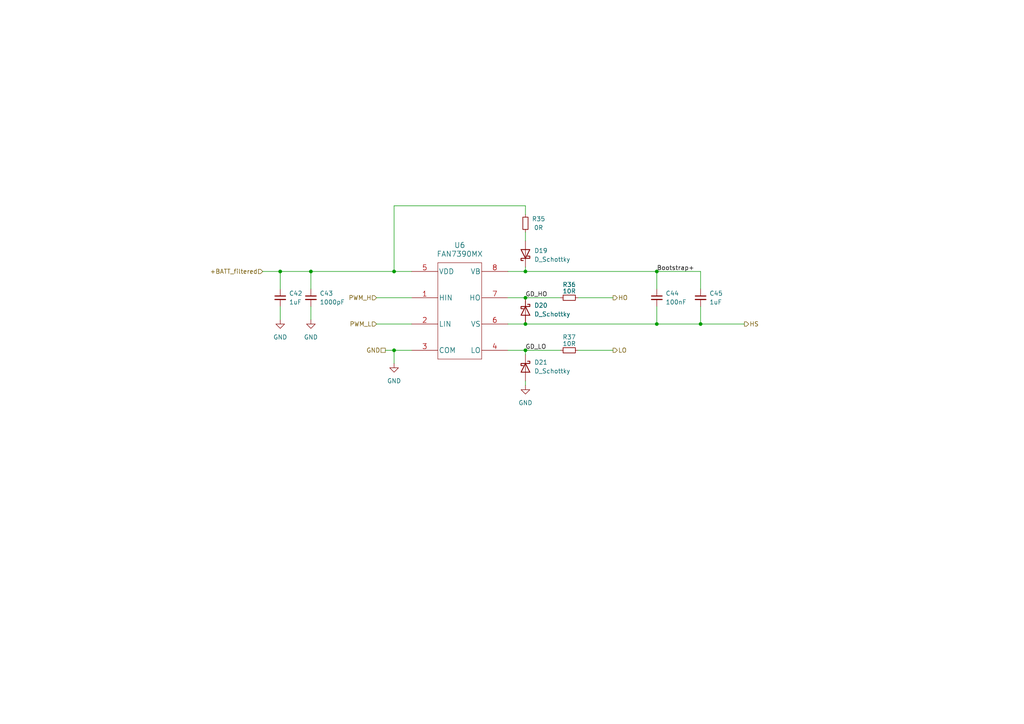
<source format=kicad_sch>
(kicad_sch (version 20211123) (generator eeschema)
  (paper "A4")
  (title_block (title "Gate driver") (date "2022-08-13") (rev "1"))
  (lib_symbols
    (symbol "Device:C_Small" (pin_numbers hide) (pin_names (offset 0.254) hide)
      (property "Reference" "C" (at 0.254 1.778 0))
      (property "Value" "C_Small" (at 0.254 -2.032 0))
      (symbol "C_Small_0_1"
        (polyline (pts (xy -1.524 -0.508) (xy 1.524 -0.508)) (stroke (width 0.3302)))
        (polyline (pts (xy -1.524 0.508) (xy 1.524 0.508)) (stroke (width 0.3048)))
      )
      (symbol "C_Small_1_1"
        (pin passive line (at 0 2.54 270) (length 2.032) (name "~") (number "1"))
        (pin passive line (at 0 -2.54 90) (length 2.032) (name "~") (number "2"))
      )
    )
    (symbol "Device:D_Schottky" (pin_numbers hide) (pin_names (offset 1.016) hide)
      (property "Reference" "D" (at 0 2.54 0))
      (property "Value" "D_Schottky" (at 0 -2.54 0))
      (symbol "D_Schottky_0_1"
        (polyline (pts (xy 1.27 0) (xy -1.27 0)))
        (polyline (pts (xy 1.27 1.27) (xy 1.27 -1.27) (xy -1.27 0) (xy 1.27 1.27)) (stroke (width 0.254)))
        (polyline (pts (xy -1.905 0.635) (xy -1.905 1.27) (xy -1.27 1.27) (xy -1.27 -1.27) (xy -0.635 -1.27) (xy -0.635 -0.635)) (stroke (width 0.254)))
      )
      (symbol "D_Schottky_1_1"
        (pin passive line (at -3.81 0 0) (length 2.54) (name "K") (number "1"))
        (pin passive line (at 3.81 0 180) (length 2.54) (name "A") (number "2"))
      )
    )
    (symbol "Device:R_Small" (pin_numbers hide) (pin_names (offset 0.254) hide)
      (property "Reference" "R" (at 0.762 0.508 0))
      (property "Value" "R_Small" (at 0.762 -1.016 0))
      (symbol "R_Small_0_1"
        (rectangle (start -0.762 1.778) (end 0.762 -1.778) (stroke (width 0.2032)))
      )
      (symbol "R_Small_1_1"
        (pin passive line (at 0 2.54 270) (length 0.762) (name "~") (number "1"))
        (pin passive line (at 0 -2.54 90) (length 0.762) (name "~") (number "2"))
      )
    )
    (symbol "FAN7390MX:FAN7390MX" (pin_names (offset 0.254))
      (property "Reference" "U?" (at 13.97 10.16 0))
      (property "Value" "FAN7390MX" (at 13.97 7.62 0))
      (symbol "FAN7390MX_1_1"
        (polyline (pts (xy 7.62 -22.86) (xy 20.32 -22.86)) (stroke (width 0.127)))
        (polyline (pts (xy 7.62 5.08) (xy 7.62 -22.86)) (stroke (width 0.127)))
        (polyline (pts (xy 20.32 -22.86) (xy 20.32 5.08)) (stroke (width 0.127)))
        (polyline (pts (xy 20.32 5.08) (xy 7.62 5.08)) (stroke (width 0.127)))
        (pin input line (at 0 -5.08 0) (length 7.62) (name "HIN") (number "1"))
        (pin input line (at 0 -12.7 0) (length 7.62) (name "LIN") (number "2"))
        (pin unspecified line (at 0 -20.32 0) (length 7.62) (name "COM") (number "3"))
        (pin output line (at 27.94 -20.32 180) (length 7.62) (name "LO") (number "4"))
        (pin power_in line (at 0 2.54 0) (length 7.62) (name "VDD") (number "5"))
        (pin power_in line (at 27.94 -12.7 180) (length 7.62) (name "VS") (number "6"))
        (pin output line (at 27.94 -5.08 180) (length 7.62) (name "HO") (number "7"))
        (pin power_in line (at 27.94 2.54 180) (length 7.62) (name "VB") (number "8"))
      )
    )
    (symbol "power:GND" (power) (pin_names (offset 0))
      (property "Value" "GND" (at 0 -3.81 0))
      (symbol "GND_0_1"
        (polyline (pts (xy 0 0) (xy 0 -1.27) (xy 1.27 -1.27) (xy 0 -2.54) (xy -1.27 -1.27) (xy 0 -1.27)))
      )
      (symbol "GND_1_1"
        (pin power_in line (at 0 0 270) (length 0) hide (name "GND") (number "1"))
      )
    )
  )
  (junction (at 152.4 78.74))
  (junction (at 190.5 78.74))
  (junction (at 114.3 101.6))
  (junction (at 152.4 101.6))
  (junction (at 114.3 78.74))
  (junction (at 152.4 93.98))
  (junction (at 203.2 93.98))
  (junction (at 90.17 78.74))
  (junction (at 81.28 78.74))
  (junction (at 190.5 93.98))
  (junction (at 152.4 86.36))
  (wire (pts (xy 114.3 78.74) (xy 119.38 78.74)))
  (wire (pts (xy 152.4 78.74) (xy 190.5 78.74)))
  (wire (pts (xy 152.4 77.47) (xy 152.4 78.74)))
  (wire (pts (xy 109.22 93.98) (xy 119.38 93.98)))
  (wire (pts (xy 152.4 93.98) (xy 190.5 93.98)))
  (wire (pts (xy 152.4 101.6) (xy 152.4 102.87)))
  (wire (pts (xy 81.28 78.74) (xy 90.17 78.74)))
  (wire (pts (xy 109.22 86.36) (xy 119.38 86.36)))
  (wire (pts (xy 190.5 88.9) (xy 190.5 93.98)))
  (wire (pts (xy 90.17 78.74) (xy 90.17 83.82)))
  (wire (pts (xy 147.32 78.74) (xy 152.4 78.74)))
  (wire (pts (xy 90.17 78.74) (xy 114.3 78.74)))
  (wire (pts (xy 81.28 88.9) (xy 81.28 92.71)))
  (wire (pts (xy 152.4 67.31) (xy 152.4 69.85)))
  (wire (pts (xy 114.3 101.6) (xy 114.3 105.41)))
  (wire (pts (xy 114.3 101.6) (xy 119.38 101.6)))
  (wire (pts (xy 203.2 93.98) (xy 190.5 93.98)))
  (wire (pts (xy 190.5 78.74) (xy 190.5 83.82)))
  (wire (pts (xy 152.4 110.49) (xy 152.4 111.76)))
  (wire (pts (xy 167.64 101.6) (xy 177.8 101.6)))
  (wire (pts (xy 152.4 101.6) (xy 162.56 101.6)))
  (wire (pts (xy 203.2 88.9) (xy 203.2 93.98)))
  (wire (pts (xy 190.5 78.74) (xy 203.2 78.74)))
  (wire (pts (xy 167.64 86.36) (xy 177.8 86.36)))
  (wire (pts (xy 114.3 59.69) (xy 152.4 59.69)))
  (wire (pts (xy 147.32 93.98) (xy 152.4 93.98)))
  (wire (pts (xy 203.2 93.98) (xy 215.9 93.98)))
  (wire (pts (xy 111.76 101.6) (xy 114.3 101.6)))
  (wire (pts (xy 147.32 101.6) (xy 152.4 101.6)))
  (wire (pts (xy 90.17 88.9) (xy 90.17 92.71)))
  (wire (pts (xy 76.2 78.74) (xy 81.28 78.74)))
  (wire (pts (xy 114.3 78.74) (xy 114.3 59.69)))
  (wire (pts (xy 81.28 78.74) (xy 81.28 83.82)))
  (wire (pts (xy 152.4 86.36) (xy 162.56 86.36)))
  (wire (pts (xy 147.32 86.36) (xy 152.4 86.36)))
  (wire (pts (xy 152.4 59.69) (xy 152.4 62.23)))
  (wire (pts (xy 203.2 83.82) (xy 203.2 78.74)))
  (label "GD_HO" (at 152.4 86.36 0))
  (label "GD_LO" (at 152.4 101.6 0))
  (label "Bootstrap+" (at 190.5 78.74 0))
  (hierarchical_label "PWM_H" (shape input) (at 109.22 86.36 180))
  (hierarchical_label "HO" (shape output) (at 177.8 86.36 0))
  (hierarchical_label "LO" (shape output) (at 177.8 101.6 0))
  (hierarchical_label "PWM_L" (shape input) (at 109.22 93.98 180))
  (hierarchical_label "GND" (shape passive) (at 111.76 101.6 180))
  (hierarchical_label "HS" (shape output) (at 215.9 93.98 0))
  (hierarchical_label "+BATT_filtered" (shape input) (at 76.2 78.74 180))
  (symbol (lib_id "Device:C_Small") (at 90.17 86.36 0) (unit 1)
    (property "Reference" "C43" (at 92.71 85.0962 0) (effects (justify left)))
    (property "Value" "1000pF" (at 92.71 87.6362 0) (effects (justify left)))
    (property "Footprint" "Capacitor_SMD:C_0603_1608Metric" (effects hide))
  )
  (symbol (lib_id "power:GND") (at 114.3 105.41 0) (unit 1)
    (property "Reference" "#PWR060" (effects hide))
    (property "Value" "GND" (at 114.3 110.49 0))
  )
  (symbol (lib_id "Device:C_Small") (at 81.28 86.36 0) (unit 1)
    (property "Reference" "C42" (at 83.82 85.0962 0) (effects (justify left)))
    (property "Value" "1uF" (at 83.82 87.6362 0) (effects (justify left)))
    (property "Footprint" "Capacitor_SMD:C_0603_1608Metric" (effects hide))
  )
  (symbol (lib_id "power:GND") (at 152.4 111.76 0) (unit 1)
    (property "Reference" "#PWR062" (effects hide))
    (property "Value" "GND" (at 152.4 116.84 0))
  )
  (symbol (lib_id "power:GND") (at 90.17 92.71 0) (unit 1)
    (property "Reference" "#PWR058" (effects hide))
    (property "Value" "GND" (at 90.17 97.79 0))
  )
  (symbol (lib_id "Device:R_Small") (at 152.4 64.77 180) (unit 1)
    (property "Reference" "R35" (at 156.21 63.5 0))
    (property "Value" "0R" (at 156.21 66.04 0))
    (property "Footprint" "Resistor_SMD:R_0603_1608Metric" (effects hide))
  )
  (symbol (lib_id "Device:D_Schottky") (at 152.4 106.68 270) (unit 1)
    (property "Reference" "D21" (at 154.94 105.0924 90) (effects (justify left)))
    (property "Value" "D_Schottky" (at 154.94 107.6324 90) (effects (justify left)))
    (property "Footprint" "Diode_SMD:D_1206_3216Metric" (effects hide))
    (property "Datasheet" "https://datasheets.kyocera-avx.com/schottky.pdf" (effects hide))
    (property "Part no" "DIODE SCHOTTKY 40V 2A 1206" (effects hide))
    (property "Producer" "KYOCERA AVX" (effects hide))
  )
  (symbol (lib_id "Device:R_Small") (at 165.1 86.36 270) (unit 1)
    (property "Reference" "R36" (at 165.1 82.55 90))
    (property "Value" "10R" (at 165.1 84.455 90))
    (property "Footprint" "Resistor_SMD:R_0603_1608Metric" (effects hide))
  )
  (symbol (lib_id "power:GND") (at 81.28 92.71 0) (unit 1)
    (property "Reference" "#PWR057" (effects hide))
    (property "Value" "GND" (at 81.28 97.79 0))
  )
  (symbol (lib_id "Device:R_Small") (at 165.1 101.6 270) (unit 1)
    (property "Reference" "R37" (at 165.1 97.79 90))
    (property "Value" "10R" (at 165.1 99.695 90))
    (property "Footprint" "Resistor_SMD:R_0603_1608Metric" (effects hide))
  )
  (symbol (lib_id "Device:C_Small") (at 190.5 86.36 0) (unit 1)
    (property "Reference" "C44" (at 193.04 85.0962 0) (effects (justify left)))
    (property "Value" "100nF" (at 193.04 87.6362 0) (effects (justify left)))
    (property "Footprint" "Capacitor_SMD:C_0603_1608Metric" (effects hide))
  )
  (symbol (lib_id "FAN7390MX:FAN7390MX") (at 119.38 81.28 0) (unit 1)
    (property "Reference" "U6" (at 133.35 71.12 0) (effects (font (size 1.524 1.524))))
    (property "Value" "FAN7390MX" (at 133.35 73.66 0) (effects (font (size 1.524 1.524))))
    (property "Footprint" "FAN7390MX:Fairchild-CASE_751EG-0-0-0" (effects hide))
  )
  (symbol (lib_id "Device:D_Schottky") (at 152.4 90.17 270) (unit 1)
    (property "Reference" "D20" (at 154.94 88.5824 90) (effects (justify left)))
    (property "Value" "D_Schottky" (at 154.94 91.1224 90) (effects (justify left)))
    (property "Footprint" "Diode_SMD:D_1206_3216Metric" (effects hide))
    (property "Datasheet" "https://datasheets.kyocera-avx.com/schottky.pdf" (effects hide))
    (property "Part no" "DIODE SCHOTTKY 40V 2A 1206" (effects hide))
    (property "Producer" "KYOCERA AVX" (effects hide))
  )
  (symbol (lib_id "Device:C_Small") (at 203.2 86.36 0) (unit 1)
    (property "Reference" "C45" (at 205.74 85.0962 0) (effects (justify left)))
    (property "Value" "1uF" (at 205.74 87.6362 0) (effects (justify left)))
    (property "Footprint" "Capacitor_SMD:C_0603_1608Metric" (effects hide))
  )
  (symbol (lib_id "Device:D_Schottky") (at 152.4 73.66 90) (unit 1)
    (property "Reference" "D19" (at 154.94 72.7074 90) (effects (justify right)))
    (property "Value" "D_Schottky" (at 154.94 75.2474 90) (effects (justify right)))
    (property "Footprint" "Diode_SMD:D_1206_3216Metric" (effects hide))
    (property "Datasheet" "https://datasheets.kyocera-avx.com/schottky.pdf" (effects hide))
    (property "Part no" "DIODE SCHOTTKY 40V 2A 1206" (effects hide))
    (property "Producer" "KYOCERA AVX" (effects hide))
  )
)
</source>
